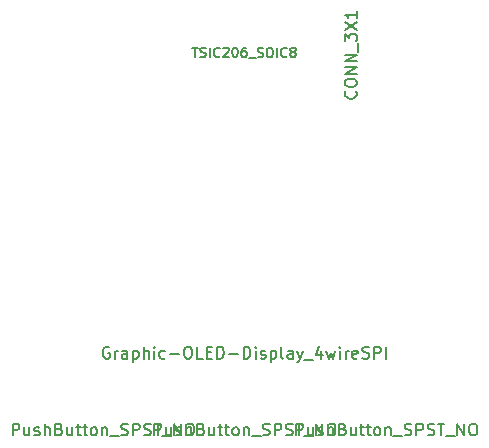
<source format=gbr>
G04 #@! TF.GenerationSoftware,KiCad,Pcbnew,6.0.11-2627ca5db0~126~ubuntu22.04.1*
G04 #@! TF.CreationDate,2023-12-06T10:27:33+01:00*
G04 #@! TF.ProjectId,roomthermostat,726f6f6d-7468-4657-926d-6f737461742e,C*
G04 #@! TF.SameCoordinates,Original*
G04 #@! TF.FileFunction,AssemblyDrawing,Top*
%FSLAX46Y46*%
G04 Gerber Fmt 4.6, Leading zero omitted, Abs format (unit mm)*
G04 Created by KiCad (PCBNEW 6.0.11-2627ca5db0~126~ubuntu22.04.1) date 2023-12-06 10:27:33*
%MOMM*%
%LPD*%
G01*
G04 APERTURE LIST*
%ADD10C,0.150000*%
G04 APERTURE END LIST*
D10*
X85462619Y-105370000D02*
X85367380Y-105322380D01*
X85224523Y-105322380D01*
X85081666Y-105370000D01*
X84986428Y-105465238D01*
X84938809Y-105560476D01*
X84891190Y-105750952D01*
X84891190Y-105893809D01*
X84938809Y-106084285D01*
X84986428Y-106179523D01*
X85081666Y-106274761D01*
X85224523Y-106322380D01*
X85319761Y-106322380D01*
X85462619Y-106274761D01*
X85510238Y-106227142D01*
X85510238Y-105893809D01*
X85319761Y-105893809D01*
X85938809Y-106322380D02*
X85938809Y-105655714D01*
X85938809Y-105846190D02*
X85986428Y-105750952D01*
X86034047Y-105703333D01*
X86129285Y-105655714D01*
X86224523Y-105655714D01*
X86986428Y-106322380D02*
X86986428Y-105798571D01*
X86938809Y-105703333D01*
X86843571Y-105655714D01*
X86653095Y-105655714D01*
X86557857Y-105703333D01*
X86986428Y-106274761D02*
X86891190Y-106322380D01*
X86653095Y-106322380D01*
X86557857Y-106274761D01*
X86510238Y-106179523D01*
X86510238Y-106084285D01*
X86557857Y-105989047D01*
X86653095Y-105941428D01*
X86891190Y-105941428D01*
X86986428Y-105893809D01*
X87462619Y-105655714D02*
X87462619Y-106655714D01*
X87462619Y-105703333D02*
X87557857Y-105655714D01*
X87748333Y-105655714D01*
X87843571Y-105703333D01*
X87891190Y-105750952D01*
X87938809Y-105846190D01*
X87938809Y-106131904D01*
X87891190Y-106227142D01*
X87843571Y-106274761D01*
X87748333Y-106322380D01*
X87557857Y-106322380D01*
X87462619Y-106274761D01*
X88367380Y-106322380D02*
X88367380Y-105322380D01*
X88795952Y-106322380D02*
X88795952Y-105798571D01*
X88748333Y-105703333D01*
X88653095Y-105655714D01*
X88510238Y-105655714D01*
X88415000Y-105703333D01*
X88367380Y-105750952D01*
X89272142Y-106322380D02*
X89272142Y-105655714D01*
X89272142Y-105322380D02*
X89224523Y-105370000D01*
X89272142Y-105417619D01*
X89319761Y-105370000D01*
X89272142Y-105322380D01*
X89272142Y-105417619D01*
X90176904Y-106274761D02*
X90081666Y-106322380D01*
X89891190Y-106322380D01*
X89795952Y-106274761D01*
X89748333Y-106227142D01*
X89700714Y-106131904D01*
X89700714Y-105846190D01*
X89748333Y-105750952D01*
X89795952Y-105703333D01*
X89891190Y-105655714D01*
X90081666Y-105655714D01*
X90176904Y-105703333D01*
X90605476Y-105941428D02*
X91367380Y-105941428D01*
X92034047Y-105322380D02*
X92224523Y-105322380D01*
X92319761Y-105370000D01*
X92415000Y-105465238D01*
X92462619Y-105655714D01*
X92462619Y-105989047D01*
X92415000Y-106179523D01*
X92319761Y-106274761D01*
X92224523Y-106322380D01*
X92034047Y-106322380D01*
X91938809Y-106274761D01*
X91843571Y-106179523D01*
X91795952Y-105989047D01*
X91795952Y-105655714D01*
X91843571Y-105465238D01*
X91938809Y-105370000D01*
X92034047Y-105322380D01*
X93367380Y-106322380D02*
X92891190Y-106322380D01*
X92891190Y-105322380D01*
X93700714Y-105798571D02*
X94034047Y-105798571D01*
X94176904Y-106322380D02*
X93700714Y-106322380D01*
X93700714Y-105322380D01*
X94176904Y-105322380D01*
X94605476Y-106322380D02*
X94605476Y-105322380D01*
X94843571Y-105322380D01*
X94986428Y-105370000D01*
X95081666Y-105465238D01*
X95129285Y-105560476D01*
X95176904Y-105750952D01*
X95176904Y-105893809D01*
X95129285Y-106084285D01*
X95081666Y-106179523D01*
X94986428Y-106274761D01*
X94843571Y-106322380D01*
X94605476Y-106322380D01*
X95605476Y-105941428D02*
X96367380Y-105941428D01*
X96843571Y-106322380D02*
X96843571Y-105322380D01*
X97081666Y-105322380D01*
X97224523Y-105370000D01*
X97319761Y-105465238D01*
X97367380Y-105560476D01*
X97415000Y-105750952D01*
X97415000Y-105893809D01*
X97367380Y-106084285D01*
X97319761Y-106179523D01*
X97224523Y-106274761D01*
X97081666Y-106322380D01*
X96843571Y-106322380D01*
X97843571Y-106322380D02*
X97843571Y-105655714D01*
X97843571Y-105322380D02*
X97795952Y-105370000D01*
X97843571Y-105417619D01*
X97891190Y-105370000D01*
X97843571Y-105322380D01*
X97843571Y-105417619D01*
X98272142Y-106274761D02*
X98367380Y-106322380D01*
X98557857Y-106322380D01*
X98653095Y-106274761D01*
X98700714Y-106179523D01*
X98700714Y-106131904D01*
X98653095Y-106036666D01*
X98557857Y-105989047D01*
X98415000Y-105989047D01*
X98319761Y-105941428D01*
X98272142Y-105846190D01*
X98272142Y-105798571D01*
X98319761Y-105703333D01*
X98415000Y-105655714D01*
X98557857Y-105655714D01*
X98653095Y-105703333D01*
X99129285Y-105655714D02*
X99129285Y-106655714D01*
X99129285Y-105703333D02*
X99224523Y-105655714D01*
X99415000Y-105655714D01*
X99510238Y-105703333D01*
X99557857Y-105750952D01*
X99605476Y-105846190D01*
X99605476Y-106131904D01*
X99557857Y-106227142D01*
X99510238Y-106274761D01*
X99415000Y-106322380D01*
X99224523Y-106322380D01*
X99129285Y-106274761D01*
X100176904Y-106322380D02*
X100081666Y-106274761D01*
X100034047Y-106179523D01*
X100034047Y-105322380D01*
X100986428Y-106322380D02*
X100986428Y-105798571D01*
X100938809Y-105703333D01*
X100843571Y-105655714D01*
X100653095Y-105655714D01*
X100557857Y-105703333D01*
X100986428Y-106274761D02*
X100891190Y-106322380D01*
X100653095Y-106322380D01*
X100557857Y-106274761D01*
X100510238Y-106179523D01*
X100510238Y-106084285D01*
X100557857Y-105989047D01*
X100653095Y-105941428D01*
X100891190Y-105941428D01*
X100986428Y-105893809D01*
X101367380Y-105655714D02*
X101605476Y-106322380D01*
X101843571Y-105655714D02*
X101605476Y-106322380D01*
X101510238Y-106560476D01*
X101462619Y-106608095D01*
X101367380Y-106655714D01*
X101986428Y-106417619D02*
X102748333Y-106417619D01*
X103415000Y-105655714D02*
X103415000Y-106322380D01*
X103176904Y-105274761D02*
X102938809Y-105989047D01*
X103557857Y-105989047D01*
X103843571Y-105655714D02*
X104034047Y-106322380D01*
X104224523Y-105846190D01*
X104415000Y-106322380D01*
X104605476Y-105655714D01*
X104986428Y-106322380D02*
X104986428Y-105655714D01*
X104986428Y-105322380D02*
X104938809Y-105370000D01*
X104986428Y-105417619D01*
X105034047Y-105370000D01*
X104986428Y-105322380D01*
X104986428Y-105417619D01*
X105462619Y-106322380D02*
X105462619Y-105655714D01*
X105462619Y-105846190D02*
X105510238Y-105750952D01*
X105557857Y-105703333D01*
X105653095Y-105655714D01*
X105748333Y-105655714D01*
X106462619Y-106274761D02*
X106367380Y-106322380D01*
X106176904Y-106322380D01*
X106081666Y-106274761D01*
X106034047Y-106179523D01*
X106034047Y-105798571D01*
X106081666Y-105703333D01*
X106176904Y-105655714D01*
X106367380Y-105655714D01*
X106462619Y-105703333D01*
X106510238Y-105798571D01*
X106510238Y-105893809D01*
X106034047Y-105989047D01*
X106891190Y-106274761D02*
X107034047Y-106322380D01*
X107272142Y-106322380D01*
X107367380Y-106274761D01*
X107415000Y-106227142D01*
X107462619Y-106131904D01*
X107462619Y-106036666D01*
X107415000Y-105941428D01*
X107367380Y-105893809D01*
X107272142Y-105846190D01*
X107081666Y-105798571D01*
X106986428Y-105750952D01*
X106938809Y-105703333D01*
X106891190Y-105608095D01*
X106891190Y-105512857D01*
X106938809Y-105417619D01*
X106986428Y-105370000D01*
X107081666Y-105322380D01*
X107319761Y-105322380D01*
X107462619Y-105370000D01*
X107891190Y-106322380D02*
X107891190Y-105322380D01*
X108272142Y-105322380D01*
X108367380Y-105370000D01*
X108415000Y-105417619D01*
X108462619Y-105512857D01*
X108462619Y-105655714D01*
X108415000Y-105750952D01*
X108367380Y-105798571D01*
X108272142Y-105846190D01*
X107891190Y-105846190D01*
X108891190Y-106322380D02*
X108891190Y-105322380D01*
X92495952Y-79992904D02*
X92953095Y-79992904D01*
X92724523Y-80792904D02*
X92724523Y-79992904D01*
X93181666Y-80754809D02*
X93295952Y-80792904D01*
X93486428Y-80792904D01*
X93562619Y-80754809D01*
X93600714Y-80716714D01*
X93638809Y-80640523D01*
X93638809Y-80564333D01*
X93600714Y-80488142D01*
X93562619Y-80450047D01*
X93486428Y-80411952D01*
X93334047Y-80373857D01*
X93257857Y-80335761D01*
X93219761Y-80297666D01*
X93181666Y-80221476D01*
X93181666Y-80145285D01*
X93219761Y-80069095D01*
X93257857Y-80031000D01*
X93334047Y-79992904D01*
X93524523Y-79992904D01*
X93638809Y-80031000D01*
X93981666Y-80792904D02*
X93981666Y-79992904D01*
X94819761Y-80716714D02*
X94781666Y-80754809D01*
X94667380Y-80792904D01*
X94591190Y-80792904D01*
X94476904Y-80754809D01*
X94400714Y-80678619D01*
X94362619Y-80602428D01*
X94324523Y-80450047D01*
X94324523Y-80335761D01*
X94362619Y-80183380D01*
X94400714Y-80107190D01*
X94476904Y-80031000D01*
X94591190Y-79992904D01*
X94667380Y-79992904D01*
X94781666Y-80031000D01*
X94819761Y-80069095D01*
X95124523Y-80069095D02*
X95162619Y-80031000D01*
X95238809Y-79992904D01*
X95429285Y-79992904D01*
X95505476Y-80031000D01*
X95543571Y-80069095D01*
X95581666Y-80145285D01*
X95581666Y-80221476D01*
X95543571Y-80335761D01*
X95086428Y-80792904D01*
X95581666Y-80792904D01*
X96076904Y-79992904D02*
X96153095Y-79992904D01*
X96229285Y-80031000D01*
X96267380Y-80069095D01*
X96305476Y-80145285D01*
X96343571Y-80297666D01*
X96343571Y-80488142D01*
X96305476Y-80640523D01*
X96267380Y-80716714D01*
X96229285Y-80754809D01*
X96153095Y-80792904D01*
X96076904Y-80792904D01*
X96000714Y-80754809D01*
X95962619Y-80716714D01*
X95924523Y-80640523D01*
X95886428Y-80488142D01*
X95886428Y-80297666D01*
X95924523Y-80145285D01*
X95962619Y-80069095D01*
X96000714Y-80031000D01*
X96076904Y-79992904D01*
X97029285Y-79992904D02*
X96876904Y-79992904D01*
X96800714Y-80031000D01*
X96762619Y-80069095D01*
X96686428Y-80183380D01*
X96648333Y-80335761D01*
X96648333Y-80640523D01*
X96686428Y-80716714D01*
X96724523Y-80754809D01*
X96800714Y-80792904D01*
X96953095Y-80792904D01*
X97029285Y-80754809D01*
X97067380Y-80716714D01*
X97105476Y-80640523D01*
X97105476Y-80450047D01*
X97067380Y-80373857D01*
X97029285Y-80335761D01*
X96953095Y-80297666D01*
X96800714Y-80297666D01*
X96724523Y-80335761D01*
X96686428Y-80373857D01*
X96648333Y-80450047D01*
X97257857Y-80869095D02*
X97867380Y-80869095D01*
X98019761Y-80754809D02*
X98134047Y-80792904D01*
X98324523Y-80792904D01*
X98400714Y-80754809D01*
X98438809Y-80716714D01*
X98476904Y-80640523D01*
X98476904Y-80564333D01*
X98438809Y-80488142D01*
X98400714Y-80450047D01*
X98324523Y-80411952D01*
X98172142Y-80373857D01*
X98095952Y-80335761D01*
X98057857Y-80297666D01*
X98019761Y-80221476D01*
X98019761Y-80145285D01*
X98057857Y-80069095D01*
X98095952Y-80031000D01*
X98172142Y-79992904D01*
X98362619Y-79992904D01*
X98476904Y-80031000D01*
X98972142Y-79992904D02*
X99124523Y-79992904D01*
X99200714Y-80031000D01*
X99276904Y-80107190D01*
X99315000Y-80259571D01*
X99315000Y-80526238D01*
X99276904Y-80678619D01*
X99200714Y-80754809D01*
X99124523Y-80792904D01*
X98972142Y-80792904D01*
X98895952Y-80754809D01*
X98819761Y-80678619D01*
X98781666Y-80526238D01*
X98781666Y-80259571D01*
X98819761Y-80107190D01*
X98895952Y-80031000D01*
X98972142Y-79992904D01*
X99657857Y-80792904D02*
X99657857Y-79992904D01*
X100495952Y-80716714D02*
X100457857Y-80754809D01*
X100343571Y-80792904D01*
X100267380Y-80792904D01*
X100153095Y-80754809D01*
X100076904Y-80678619D01*
X100038809Y-80602428D01*
X100000714Y-80450047D01*
X100000714Y-80335761D01*
X100038809Y-80183380D01*
X100076904Y-80107190D01*
X100153095Y-80031000D01*
X100267380Y-79992904D01*
X100343571Y-79992904D01*
X100457857Y-80031000D01*
X100495952Y-80069095D01*
X100953095Y-80335761D02*
X100876904Y-80297666D01*
X100838809Y-80259571D01*
X100800714Y-80183380D01*
X100800714Y-80145285D01*
X100838809Y-80069095D01*
X100876904Y-80031000D01*
X100953095Y-79992904D01*
X101105476Y-79992904D01*
X101181666Y-80031000D01*
X101219761Y-80069095D01*
X101257857Y-80145285D01*
X101257857Y-80183380D01*
X101219761Y-80259571D01*
X101181666Y-80297666D01*
X101105476Y-80335761D01*
X100953095Y-80335761D01*
X100876904Y-80373857D01*
X100838809Y-80411952D01*
X100800714Y-80488142D01*
X100800714Y-80640523D01*
X100838809Y-80716714D01*
X100876904Y-80754809D01*
X100953095Y-80792904D01*
X101105476Y-80792904D01*
X101181666Y-80754809D01*
X101219761Y-80716714D01*
X101257857Y-80640523D01*
X101257857Y-80488142D01*
X101219761Y-80411952D01*
X101181666Y-80373857D01*
X101105476Y-80335761D01*
X77272142Y-112822380D02*
X77272142Y-111822380D01*
X77653095Y-111822380D01*
X77748333Y-111870000D01*
X77795952Y-111917619D01*
X77843571Y-112012857D01*
X77843571Y-112155714D01*
X77795952Y-112250952D01*
X77748333Y-112298571D01*
X77653095Y-112346190D01*
X77272142Y-112346190D01*
X78700714Y-112155714D02*
X78700714Y-112822380D01*
X78272142Y-112155714D02*
X78272142Y-112679523D01*
X78319761Y-112774761D01*
X78415000Y-112822380D01*
X78557857Y-112822380D01*
X78653095Y-112774761D01*
X78700714Y-112727142D01*
X79129285Y-112774761D02*
X79224523Y-112822380D01*
X79415000Y-112822380D01*
X79510238Y-112774761D01*
X79557857Y-112679523D01*
X79557857Y-112631904D01*
X79510238Y-112536666D01*
X79415000Y-112489047D01*
X79272142Y-112489047D01*
X79176904Y-112441428D01*
X79129285Y-112346190D01*
X79129285Y-112298571D01*
X79176904Y-112203333D01*
X79272142Y-112155714D01*
X79415000Y-112155714D01*
X79510238Y-112203333D01*
X79986428Y-112822380D02*
X79986428Y-111822380D01*
X80415000Y-112822380D02*
X80415000Y-112298571D01*
X80367380Y-112203333D01*
X80272142Y-112155714D01*
X80129285Y-112155714D01*
X80034047Y-112203333D01*
X79986428Y-112250952D01*
X81224523Y-112298571D02*
X81367380Y-112346190D01*
X81415000Y-112393809D01*
X81462619Y-112489047D01*
X81462619Y-112631904D01*
X81415000Y-112727142D01*
X81367380Y-112774761D01*
X81272142Y-112822380D01*
X80891190Y-112822380D01*
X80891190Y-111822380D01*
X81224523Y-111822380D01*
X81319761Y-111870000D01*
X81367380Y-111917619D01*
X81415000Y-112012857D01*
X81415000Y-112108095D01*
X81367380Y-112203333D01*
X81319761Y-112250952D01*
X81224523Y-112298571D01*
X80891190Y-112298571D01*
X82319761Y-112155714D02*
X82319761Y-112822380D01*
X81891190Y-112155714D02*
X81891190Y-112679523D01*
X81938809Y-112774761D01*
X82034047Y-112822380D01*
X82176904Y-112822380D01*
X82272142Y-112774761D01*
X82319761Y-112727142D01*
X82653095Y-112155714D02*
X83034047Y-112155714D01*
X82795952Y-111822380D02*
X82795952Y-112679523D01*
X82843571Y-112774761D01*
X82938809Y-112822380D01*
X83034047Y-112822380D01*
X83224523Y-112155714D02*
X83605476Y-112155714D01*
X83367380Y-111822380D02*
X83367380Y-112679523D01*
X83415000Y-112774761D01*
X83510238Y-112822380D01*
X83605476Y-112822380D01*
X84081666Y-112822380D02*
X83986428Y-112774761D01*
X83938809Y-112727142D01*
X83891190Y-112631904D01*
X83891190Y-112346190D01*
X83938809Y-112250952D01*
X83986428Y-112203333D01*
X84081666Y-112155714D01*
X84224523Y-112155714D01*
X84319761Y-112203333D01*
X84367380Y-112250952D01*
X84415000Y-112346190D01*
X84415000Y-112631904D01*
X84367380Y-112727142D01*
X84319761Y-112774761D01*
X84224523Y-112822380D01*
X84081666Y-112822380D01*
X84843571Y-112155714D02*
X84843571Y-112822380D01*
X84843571Y-112250952D02*
X84891190Y-112203333D01*
X84986428Y-112155714D01*
X85129285Y-112155714D01*
X85224523Y-112203333D01*
X85272142Y-112298571D01*
X85272142Y-112822380D01*
X85510238Y-112917619D02*
X86272142Y-112917619D01*
X86462619Y-112774761D02*
X86605476Y-112822380D01*
X86843571Y-112822380D01*
X86938809Y-112774761D01*
X86986428Y-112727142D01*
X87034047Y-112631904D01*
X87034047Y-112536666D01*
X86986428Y-112441428D01*
X86938809Y-112393809D01*
X86843571Y-112346190D01*
X86653095Y-112298571D01*
X86557857Y-112250952D01*
X86510238Y-112203333D01*
X86462619Y-112108095D01*
X86462619Y-112012857D01*
X86510238Y-111917619D01*
X86557857Y-111870000D01*
X86653095Y-111822380D01*
X86891190Y-111822380D01*
X87034047Y-111870000D01*
X87462619Y-112822380D02*
X87462619Y-111822380D01*
X87843571Y-111822380D01*
X87938809Y-111870000D01*
X87986428Y-111917619D01*
X88034047Y-112012857D01*
X88034047Y-112155714D01*
X87986428Y-112250952D01*
X87938809Y-112298571D01*
X87843571Y-112346190D01*
X87462619Y-112346190D01*
X88414999Y-112774761D02*
X88557857Y-112822380D01*
X88795952Y-112822380D01*
X88891190Y-112774761D01*
X88938809Y-112727142D01*
X88986428Y-112631904D01*
X88986428Y-112536666D01*
X88938809Y-112441428D01*
X88891190Y-112393809D01*
X88795952Y-112346190D01*
X88605476Y-112298571D01*
X88510238Y-112250952D01*
X88462619Y-112203333D01*
X88414999Y-112108095D01*
X88414999Y-112012857D01*
X88462619Y-111917619D01*
X88510238Y-111870000D01*
X88605476Y-111822380D01*
X88843571Y-111822380D01*
X88986428Y-111870000D01*
X89272142Y-111822380D02*
X89843571Y-111822380D01*
X89557857Y-112822380D02*
X89557857Y-111822380D01*
X89938809Y-112917619D02*
X90700714Y-112917619D01*
X90938809Y-112822380D02*
X90938809Y-111822380D01*
X91510238Y-112822380D01*
X91510238Y-111822380D01*
X92176904Y-111822380D02*
X92367380Y-111822380D01*
X92462619Y-111870000D01*
X92557857Y-111965238D01*
X92605476Y-112155714D01*
X92605476Y-112489047D01*
X92557857Y-112679523D01*
X92462619Y-112774761D01*
X92367380Y-112822380D01*
X92176904Y-112822380D01*
X92081666Y-112774761D01*
X91986428Y-112679523D01*
X91938809Y-112489047D01*
X91938809Y-112155714D01*
X91986428Y-111965238D01*
X92081666Y-111870000D01*
X92176904Y-111822380D01*
X89272142Y-112822380D02*
X89272142Y-111822380D01*
X89653095Y-111822380D01*
X89748333Y-111870000D01*
X89795952Y-111917619D01*
X89843571Y-112012857D01*
X89843571Y-112155714D01*
X89795952Y-112250952D01*
X89748333Y-112298571D01*
X89653095Y-112346190D01*
X89272142Y-112346190D01*
X90700714Y-112155714D02*
X90700714Y-112822380D01*
X90272142Y-112155714D02*
X90272142Y-112679523D01*
X90319761Y-112774761D01*
X90415000Y-112822380D01*
X90557857Y-112822380D01*
X90653095Y-112774761D01*
X90700714Y-112727142D01*
X91129285Y-112774761D02*
X91224523Y-112822380D01*
X91415000Y-112822380D01*
X91510238Y-112774761D01*
X91557857Y-112679523D01*
X91557857Y-112631904D01*
X91510238Y-112536666D01*
X91415000Y-112489047D01*
X91272142Y-112489047D01*
X91176904Y-112441428D01*
X91129285Y-112346190D01*
X91129285Y-112298571D01*
X91176904Y-112203333D01*
X91272142Y-112155714D01*
X91415000Y-112155714D01*
X91510238Y-112203333D01*
X91986428Y-112822380D02*
X91986428Y-111822380D01*
X92415000Y-112822380D02*
X92415000Y-112298571D01*
X92367380Y-112203333D01*
X92272142Y-112155714D01*
X92129285Y-112155714D01*
X92034047Y-112203333D01*
X91986428Y-112250952D01*
X93224523Y-112298571D02*
X93367380Y-112346190D01*
X93415000Y-112393809D01*
X93462619Y-112489047D01*
X93462619Y-112631904D01*
X93415000Y-112727142D01*
X93367380Y-112774761D01*
X93272142Y-112822380D01*
X92891190Y-112822380D01*
X92891190Y-111822380D01*
X93224523Y-111822380D01*
X93319761Y-111870000D01*
X93367380Y-111917619D01*
X93415000Y-112012857D01*
X93415000Y-112108095D01*
X93367380Y-112203333D01*
X93319761Y-112250952D01*
X93224523Y-112298571D01*
X92891190Y-112298571D01*
X94319761Y-112155714D02*
X94319761Y-112822380D01*
X93891190Y-112155714D02*
X93891190Y-112679523D01*
X93938809Y-112774761D01*
X94034047Y-112822380D01*
X94176904Y-112822380D01*
X94272142Y-112774761D01*
X94319761Y-112727142D01*
X94653095Y-112155714D02*
X95034047Y-112155714D01*
X94795952Y-111822380D02*
X94795952Y-112679523D01*
X94843571Y-112774761D01*
X94938809Y-112822380D01*
X95034047Y-112822380D01*
X95224523Y-112155714D02*
X95605476Y-112155714D01*
X95367380Y-111822380D02*
X95367380Y-112679523D01*
X95415000Y-112774761D01*
X95510238Y-112822380D01*
X95605476Y-112822380D01*
X96081666Y-112822380D02*
X95986428Y-112774761D01*
X95938809Y-112727142D01*
X95891190Y-112631904D01*
X95891190Y-112346190D01*
X95938809Y-112250952D01*
X95986428Y-112203333D01*
X96081666Y-112155714D01*
X96224523Y-112155714D01*
X96319761Y-112203333D01*
X96367380Y-112250952D01*
X96415000Y-112346190D01*
X96415000Y-112631904D01*
X96367380Y-112727142D01*
X96319761Y-112774761D01*
X96224523Y-112822380D01*
X96081666Y-112822380D01*
X96843571Y-112155714D02*
X96843571Y-112822380D01*
X96843571Y-112250952D02*
X96891190Y-112203333D01*
X96986428Y-112155714D01*
X97129285Y-112155714D01*
X97224523Y-112203333D01*
X97272142Y-112298571D01*
X97272142Y-112822380D01*
X97510238Y-112917619D02*
X98272142Y-112917619D01*
X98462619Y-112774761D02*
X98605476Y-112822380D01*
X98843571Y-112822380D01*
X98938809Y-112774761D01*
X98986428Y-112727142D01*
X99034047Y-112631904D01*
X99034047Y-112536666D01*
X98986428Y-112441428D01*
X98938809Y-112393809D01*
X98843571Y-112346190D01*
X98653095Y-112298571D01*
X98557857Y-112250952D01*
X98510238Y-112203333D01*
X98462619Y-112108095D01*
X98462619Y-112012857D01*
X98510238Y-111917619D01*
X98557857Y-111870000D01*
X98653095Y-111822380D01*
X98891190Y-111822380D01*
X99034047Y-111870000D01*
X99462619Y-112822380D02*
X99462619Y-111822380D01*
X99843571Y-111822380D01*
X99938809Y-111870000D01*
X99986428Y-111917619D01*
X100034047Y-112012857D01*
X100034047Y-112155714D01*
X99986428Y-112250952D01*
X99938809Y-112298571D01*
X99843571Y-112346190D01*
X99462619Y-112346190D01*
X100414999Y-112774761D02*
X100557857Y-112822380D01*
X100795952Y-112822380D01*
X100891190Y-112774761D01*
X100938809Y-112727142D01*
X100986428Y-112631904D01*
X100986428Y-112536666D01*
X100938809Y-112441428D01*
X100891190Y-112393809D01*
X100795952Y-112346190D01*
X100605476Y-112298571D01*
X100510238Y-112250952D01*
X100462619Y-112203333D01*
X100414999Y-112108095D01*
X100414999Y-112012857D01*
X100462619Y-111917619D01*
X100510238Y-111870000D01*
X100605476Y-111822380D01*
X100843571Y-111822380D01*
X100986428Y-111870000D01*
X101272142Y-111822380D02*
X101843571Y-111822380D01*
X101557857Y-112822380D02*
X101557857Y-111822380D01*
X101938809Y-112917619D02*
X102700714Y-112917619D01*
X102938809Y-112822380D02*
X102938809Y-111822380D01*
X103510238Y-112822380D01*
X103510238Y-111822380D01*
X104176904Y-111822380D02*
X104367380Y-111822380D01*
X104462619Y-111870000D01*
X104557857Y-111965238D01*
X104605476Y-112155714D01*
X104605476Y-112489047D01*
X104557857Y-112679523D01*
X104462619Y-112774761D01*
X104367380Y-112822380D01*
X104176904Y-112822380D01*
X104081666Y-112774761D01*
X103986428Y-112679523D01*
X103938809Y-112489047D01*
X103938809Y-112155714D01*
X103986428Y-111965238D01*
X104081666Y-111870000D01*
X104176904Y-111822380D01*
X101272142Y-112822380D02*
X101272142Y-111822380D01*
X101653095Y-111822380D01*
X101748333Y-111870000D01*
X101795952Y-111917619D01*
X101843571Y-112012857D01*
X101843571Y-112155714D01*
X101795952Y-112250952D01*
X101748333Y-112298571D01*
X101653095Y-112346190D01*
X101272142Y-112346190D01*
X102700714Y-112155714D02*
X102700714Y-112822380D01*
X102272142Y-112155714D02*
X102272142Y-112679523D01*
X102319761Y-112774761D01*
X102415000Y-112822380D01*
X102557857Y-112822380D01*
X102653095Y-112774761D01*
X102700714Y-112727142D01*
X103129285Y-112774761D02*
X103224523Y-112822380D01*
X103415000Y-112822380D01*
X103510238Y-112774761D01*
X103557857Y-112679523D01*
X103557857Y-112631904D01*
X103510238Y-112536666D01*
X103415000Y-112489047D01*
X103272142Y-112489047D01*
X103176904Y-112441428D01*
X103129285Y-112346190D01*
X103129285Y-112298571D01*
X103176904Y-112203333D01*
X103272142Y-112155714D01*
X103415000Y-112155714D01*
X103510238Y-112203333D01*
X103986428Y-112822380D02*
X103986428Y-111822380D01*
X104415000Y-112822380D02*
X104415000Y-112298571D01*
X104367380Y-112203333D01*
X104272142Y-112155714D01*
X104129285Y-112155714D01*
X104034047Y-112203333D01*
X103986428Y-112250952D01*
X105224523Y-112298571D02*
X105367380Y-112346190D01*
X105415000Y-112393809D01*
X105462619Y-112489047D01*
X105462619Y-112631904D01*
X105415000Y-112727142D01*
X105367380Y-112774761D01*
X105272142Y-112822380D01*
X104891190Y-112822380D01*
X104891190Y-111822380D01*
X105224523Y-111822380D01*
X105319761Y-111870000D01*
X105367380Y-111917619D01*
X105415000Y-112012857D01*
X105415000Y-112108095D01*
X105367380Y-112203333D01*
X105319761Y-112250952D01*
X105224523Y-112298571D01*
X104891190Y-112298571D01*
X106319761Y-112155714D02*
X106319761Y-112822380D01*
X105891190Y-112155714D02*
X105891190Y-112679523D01*
X105938809Y-112774761D01*
X106034047Y-112822380D01*
X106176904Y-112822380D01*
X106272142Y-112774761D01*
X106319761Y-112727142D01*
X106653095Y-112155714D02*
X107034047Y-112155714D01*
X106795952Y-111822380D02*
X106795952Y-112679523D01*
X106843571Y-112774761D01*
X106938809Y-112822380D01*
X107034047Y-112822380D01*
X107224523Y-112155714D02*
X107605476Y-112155714D01*
X107367380Y-111822380D02*
X107367380Y-112679523D01*
X107415000Y-112774761D01*
X107510238Y-112822380D01*
X107605476Y-112822380D01*
X108081666Y-112822380D02*
X107986428Y-112774761D01*
X107938809Y-112727142D01*
X107891190Y-112631904D01*
X107891190Y-112346190D01*
X107938809Y-112250952D01*
X107986428Y-112203333D01*
X108081666Y-112155714D01*
X108224523Y-112155714D01*
X108319761Y-112203333D01*
X108367380Y-112250952D01*
X108415000Y-112346190D01*
X108415000Y-112631904D01*
X108367380Y-112727142D01*
X108319761Y-112774761D01*
X108224523Y-112822380D01*
X108081666Y-112822380D01*
X108843571Y-112155714D02*
X108843571Y-112822380D01*
X108843571Y-112250952D02*
X108891190Y-112203333D01*
X108986428Y-112155714D01*
X109129285Y-112155714D01*
X109224523Y-112203333D01*
X109272142Y-112298571D01*
X109272142Y-112822380D01*
X109510238Y-112917619D02*
X110272142Y-112917619D01*
X110462619Y-112774761D02*
X110605476Y-112822380D01*
X110843571Y-112822380D01*
X110938809Y-112774761D01*
X110986428Y-112727142D01*
X111034047Y-112631904D01*
X111034047Y-112536666D01*
X110986428Y-112441428D01*
X110938809Y-112393809D01*
X110843571Y-112346190D01*
X110653095Y-112298571D01*
X110557857Y-112250952D01*
X110510238Y-112203333D01*
X110462619Y-112108095D01*
X110462619Y-112012857D01*
X110510238Y-111917619D01*
X110557857Y-111870000D01*
X110653095Y-111822380D01*
X110891190Y-111822380D01*
X111034047Y-111870000D01*
X111462619Y-112822380D02*
X111462619Y-111822380D01*
X111843571Y-111822380D01*
X111938809Y-111870000D01*
X111986428Y-111917619D01*
X112034047Y-112012857D01*
X112034047Y-112155714D01*
X111986428Y-112250952D01*
X111938809Y-112298571D01*
X111843571Y-112346190D01*
X111462619Y-112346190D01*
X112414999Y-112774761D02*
X112557857Y-112822380D01*
X112795952Y-112822380D01*
X112891190Y-112774761D01*
X112938809Y-112727142D01*
X112986428Y-112631904D01*
X112986428Y-112536666D01*
X112938809Y-112441428D01*
X112891190Y-112393809D01*
X112795952Y-112346190D01*
X112605476Y-112298571D01*
X112510238Y-112250952D01*
X112462619Y-112203333D01*
X112414999Y-112108095D01*
X112414999Y-112012857D01*
X112462619Y-111917619D01*
X112510238Y-111870000D01*
X112605476Y-111822380D01*
X112843571Y-111822380D01*
X112986428Y-111870000D01*
X113272142Y-111822380D02*
X113843571Y-111822380D01*
X113557857Y-112822380D02*
X113557857Y-111822380D01*
X113938809Y-112917619D02*
X114700714Y-112917619D01*
X114938809Y-112822380D02*
X114938809Y-111822380D01*
X115510238Y-112822380D01*
X115510238Y-111822380D01*
X116176904Y-111822380D02*
X116367380Y-111822380D01*
X116462619Y-111870000D01*
X116557857Y-111965238D01*
X116605476Y-112155714D01*
X116605476Y-112489047D01*
X116557857Y-112679523D01*
X116462619Y-112774761D01*
X116367380Y-112822380D01*
X116176904Y-112822380D01*
X116081666Y-112774761D01*
X115986428Y-112679523D01*
X115938809Y-112489047D01*
X115938809Y-112155714D01*
X115986428Y-111965238D01*
X116081666Y-111870000D01*
X116176904Y-111822380D01*
X106312142Y-83691428D02*
X106359761Y-83739047D01*
X106407380Y-83881904D01*
X106407380Y-83977142D01*
X106359761Y-84120000D01*
X106264523Y-84215238D01*
X106169285Y-84262857D01*
X105978809Y-84310476D01*
X105835952Y-84310476D01*
X105645476Y-84262857D01*
X105550238Y-84215238D01*
X105455000Y-84120000D01*
X105407380Y-83977142D01*
X105407380Y-83881904D01*
X105455000Y-83739047D01*
X105502619Y-83691428D01*
X105407380Y-83072380D02*
X105407380Y-82881904D01*
X105455000Y-82786666D01*
X105550238Y-82691428D01*
X105740714Y-82643809D01*
X106074047Y-82643809D01*
X106264523Y-82691428D01*
X106359761Y-82786666D01*
X106407380Y-82881904D01*
X106407380Y-83072380D01*
X106359761Y-83167619D01*
X106264523Y-83262857D01*
X106074047Y-83310476D01*
X105740714Y-83310476D01*
X105550238Y-83262857D01*
X105455000Y-83167619D01*
X105407380Y-83072380D01*
X106407380Y-82215238D02*
X105407380Y-82215238D01*
X106407380Y-81643809D01*
X105407380Y-81643809D01*
X106407380Y-81167619D02*
X105407380Y-81167619D01*
X106407380Y-80596190D01*
X105407380Y-80596190D01*
X106502619Y-80358095D02*
X106502619Y-79596190D01*
X105407380Y-79453333D02*
X105407380Y-78834285D01*
X105788333Y-79167619D01*
X105788333Y-79024761D01*
X105835952Y-78929523D01*
X105883571Y-78881904D01*
X105978809Y-78834285D01*
X106216904Y-78834285D01*
X106312142Y-78881904D01*
X106359761Y-78929523D01*
X106407380Y-79024761D01*
X106407380Y-79310476D01*
X106359761Y-79405714D01*
X106312142Y-79453333D01*
X105407380Y-78500952D02*
X106407380Y-77834285D01*
X105407380Y-77834285D02*
X106407380Y-78500952D01*
X106407380Y-76929523D02*
X106407380Y-77500952D01*
X106407380Y-77215238D02*
X105407380Y-77215238D01*
X105550238Y-77310476D01*
X105645476Y-77405714D01*
X105693095Y-77500952D01*
M02*

</source>
